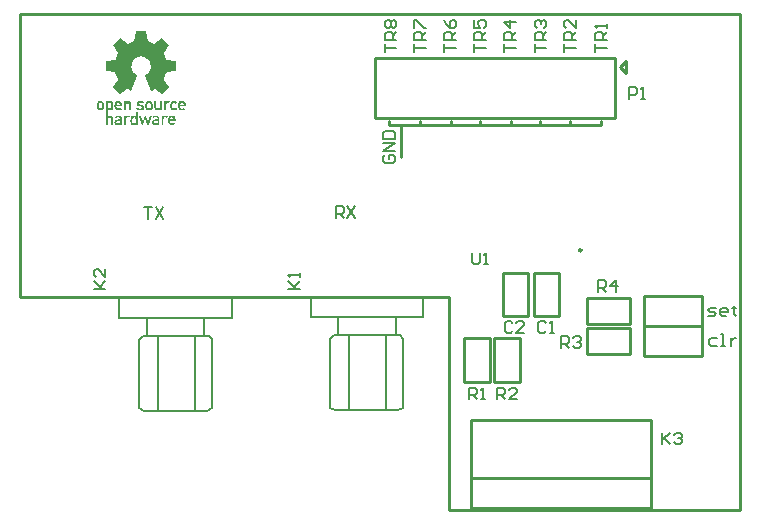
<source format=gto>
G04*
G04 #@! TF.GenerationSoftware,Altium Limited,Altium Designer,20.2.5 (213)*
G04*
G04 Layer_Color=65535*
%FSLAX42Y42*%
%MOMM*%
G71*
G04*
G04 #@! TF.SameCoordinates,FD00795A-EEFA-4773-A186-A79775DAC492*
G04*
G04*
G04 #@! TF.FilePolarity,Positive*
G04*
G01*
G75*
%ADD10C,0.25*%
%ADD11C,0.20*%
%ADD12C,0.25*%
%ADD13C,0.19*%
%ADD14C,0.16*%
G36*
X5070Y9350D02*
Y9349D01*
X5085Y9274D01*
Y9273D01*
X5086Y9271D01*
X5088Y9270D01*
X5137Y9249D01*
X5142D01*
X5205Y9293D01*
X5206D01*
X5209Y9292D01*
X5263Y9240D01*
Y9239D01*
Y9238D01*
Y9236D01*
Y9235D01*
X5219Y9173D01*
Y9170D01*
Y9169D01*
Y9167D01*
X5243Y9116D01*
Y9115D01*
X5244Y9113D01*
X5247D01*
X5318Y9100D01*
X5320D01*
X5322Y9098D01*
Y9097D01*
Y9022D01*
Y9021D01*
X5320Y9019D01*
X5318D01*
X5249Y9005D01*
X5247D01*
X5246Y9003D01*
X5244Y9002D01*
X5222Y8946D01*
Y8945D01*
Y8943D01*
Y8942D01*
Y8940D01*
X5263Y8883D01*
Y8880D01*
Y8879D01*
X5209Y8826D01*
X5208Y8824D01*
X5206D01*
X5205Y8826D01*
X5148Y8864D01*
X5142D01*
X5118Y8851D01*
X5115D01*
X5114Y8852D01*
X5061Y8978D01*
Y8980D01*
X5063Y8984D01*
X5070Y8987D01*
X5071Y8989D01*
X5073Y8990D01*
X5074Y8991D01*
X5079Y8994D01*
X5085Y9000D01*
X5092Y9008D01*
X5099Y9016D01*
X5105Y9028D01*
X5110Y9041D01*
X5111Y9057D01*
Y9059D01*
Y9063D01*
X5110Y9069D01*
X5108Y9078D01*
X5105Y9087D01*
X5101Y9097D01*
X5095Y9107D01*
X5088Y9116D01*
X5086Y9117D01*
X5083Y9120D01*
X5079Y9123D01*
X5071Y9129D01*
X5063Y9134D01*
X5052Y9136D01*
X5042Y9139D01*
X5029Y9141D01*
X5023D01*
X5017Y9139D01*
X5008Y9138D01*
X5000Y9135D01*
X4989Y9131D01*
X4981Y9125D01*
X4970Y9116D01*
X4969Y9115D01*
X4967Y9112D01*
X4963Y9107D01*
X4959Y9100D01*
X4954Y9091D01*
X4951Y9081D01*
X4948Y9071D01*
X4947Y9057D01*
Y9056D01*
Y9050D01*
X4948Y9043D01*
X4951Y9032D01*
X4956Y9022D01*
X4963Y9011D01*
X4972Y9000D01*
X4985Y8990D01*
Y8989D01*
X4986Y8987D01*
X4988D01*
X4995Y8984D01*
X4997Y8983D01*
Y8978D01*
X4945Y8852D01*
X4944D01*
X4940Y8851D01*
X4915Y8864D01*
X4910D01*
X4853Y8826D01*
X4852Y8824D01*
X4850D01*
X4849Y8826D01*
X4795Y8879D01*
Y8880D01*
Y8882D01*
Y8883D01*
X4836Y8940D01*
Y8942D01*
Y8943D01*
Y8945D01*
Y8946D01*
X4812Y9002D01*
Y9003D01*
X4809Y9005D01*
X4740Y9019D01*
X4739D01*
X4737Y9021D01*
X4736Y9022D01*
Y9097D01*
Y9098D01*
X4737Y9100D01*
X4740D01*
X4811Y9113D01*
X4812D01*
X4817Y9116D01*
X4837Y9167D01*
Y9169D01*
Y9170D01*
Y9172D01*
Y9173D01*
X4795Y9235D01*
Y9236D01*
Y9238D01*
Y9239D01*
Y9240D01*
X4849Y9292D01*
X4850Y9293D01*
X4853D01*
X4915Y9249D01*
X4921D01*
X4970Y9270D01*
X4972D01*
X4973Y9271D01*
Y9274D01*
X4988Y9349D01*
Y9350D01*
X4989Y9352D01*
X5069D01*
X5070Y9350D01*
D02*
G37*
G36*
X5269Y8761D02*
X5275Y8759D01*
X5263Y8744D01*
X5262Y8745D01*
X5260Y8747D01*
X5257Y8748D01*
X5255Y8750D01*
X5252D01*
X5247Y8748D01*
X5241Y8742D01*
X5240Y8738D01*
X5238Y8732D01*
Y8685D01*
X5222D01*
Y8764D01*
X5238D01*
Y8756D01*
X5240Y8757D01*
X5243Y8760D01*
X5250Y8763D01*
X5259Y8764D01*
X5263D01*
X5269Y8761D01*
D02*
G37*
G36*
X4932D02*
X4937Y8757D01*
X4941Y8753D01*
X4944Y8745D01*
X4945Y8737D01*
Y8685D01*
X4929D01*
Y8732D01*
Y8734D01*
Y8735D01*
X4928Y8741D01*
X4922Y8747D01*
X4919Y8750D01*
X4910D01*
X4906Y8748D01*
X4900Y8742D01*
X4899Y8738D01*
X4897Y8732D01*
Y8685D01*
X4881D01*
Y8764D01*
X4897D01*
Y8756D01*
X4899Y8757D01*
X4903Y8760D01*
X4909Y8763D01*
X4919Y8764D01*
X4923D01*
X4932Y8761D01*
D02*
G37*
G36*
X4774Y8763D02*
X4781Y8761D01*
X4789Y8756D01*
X4790Y8754D01*
X4792Y8748D01*
X4793Y8740D01*
Y8725D01*
Y8723D01*
Y8722D01*
Y8713D01*
X4792Y8703D01*
X4789Y8694D01*
X4787Y8693D01*
X4781Y8690D01*
X4774Y8685D01*
X4767Y8684D01*
X4765D01*
X4761Y8685D01*
X4754Y8688D01*
X4745Y8693D01*
Y8631D01*
X4746Y8633D01*
X4751Y8636D01*
X4757Y8638D01*
X4767Y8640D01*
X4771D01*
X4780Y8637D01*
X4784Y8634D01*
X4789Y8628D01*
X4792Y8622D01*
X4793Y8614D01*
Y8562D01*
X4777D01*
Y8608D01*
Y8609D01*
Y8611D01*
X4776Y8616D01*
X4770Y8622D01*
X4767Y8625D01*
X4758D01*
X4754Y8624D01*
X4748Y8618D01*
X4746Y8614D01*
X4745Y8608D01*
Y8562D01*
X4732D01*
Y8764D01*
X4745D01*
Y8756D01*
X4746Y8757D01*
X4752Y8760D01*
X4758Y8763D01*
X4767Y8764D01*
X4768D01*
X4774Y8763D01*
D02*
G37*
G36*
X5033D02*
X5042Y8760D01*
X5052Y8753D01*
X5044Y8742D01*
X5041Y8744D01*
X5035Y8747D01*
X5027Y8748D01*
X5022Y8750D01*
X5019D01*
X5014Y8748D01*
X5010Y8747D01*
X5007Y8741D01*
Y8740D01*
X5008Y8738D01*
X5011Y8735D01*
X5019Y8734D01*
X5032Y8732D01*
X5036D01*
X5044Y8728D01*
X5052Y8720D01*
X5054Y8716D01*
X5055Y8709D01*
Y8707D01*
Y8704D01*
X5054Y8701D01*
X5051Y8697D01*
X5047Y8691D01*
X5041Y8688D01*
X5033Y8685D01*
X5022Y8684D01*
X5019D01*
X5010Y8685D01*
X5000Y8690D01*
X4988Y8699D01*
X4998Y8709D01*
X5000Y8707D01*
X5006Y8704D01*
X5014Y8700D01*
X5023Y8699D01*
X5026D01*
X5032Y8700D01*
X5036Y8703D01*
X5039Y8706D01*
Y8709D01*
Y8710D01*
X5038Y8712D01*
X5035Y8715D01*
X5029Y8718D01*
X5013D01*
X5011Y8719D01*
X5004Y8722D01*
X4997Y8729D01*
X4995Y8734D01*
X4994Y8741D01*
Y8742D01*
Y8745D01*
X4997Y8753D01*
X5001Y8757D01*
X5006Y8761D01*
X5013Y8763D01*
X5022Y8764D01*
X5025D01*
X5033Y8763D01*
D02*
G37*
G36*
X5319D02*
X5328Y8759D01*
X5337Y8751D01*
X5325Y8741D01*
X5323Y8742D01*
X5320Y8745D01*
X5316Y8748D01*
X5309Y8750D01*
X5306D01*
X5300Y8747D01*
X5296Y8744D01*
X5293Y8740D01*
X5291Y8734D01*
X5290Y8725D01*
Y8723D01*
Y8720D01*
X5293Y8713D01*
X5298Y8704D01*
X5303Y8701D01*
X5309Y8700D01*
X5310D01*
X5315Y8701D01*
X5319Y8704D01*
X5325Y8709D01*
X5337Y8699D01*
X5335Y8696D01*
X5329Y8691D01*
X5320Y8687D01*
X5309Y8684D01*
X5303D01*
X5297Y8687D01*
X5291Y8690D01*
X5285Y8694D01*
X5279Y8701D01*
X5275Y8712D01*
X5274Y8725D01*
Y8726D01*
Y8731D01*
X5275Y8738D01*
X5278Y8745D01*
X5282Y8751D01*
X5288Y8759D01*
X5297Y8763D01*
X5309Y8764D01*
X5312D01*
X5319Y8763D01*
D02*
G37*
G36*
X5205Y8685D02*
X5189D01*
Y8693D01*
X5187Y8691D01*
X5183Y8688D01*
X5177Y8685D01*
X5170Y8684D01*
X5165D01*
X5156Y8687D01*
X5151Y8690D01*
X5146Y8696D01*
X5143Y8701D01*
X5142Y8710D01*
Y8764D01*
X5158D01*
Y8718D01*
Y8715D01*
X5159Y8709D01*
X5165Y8703D01*
X5168Y8701D01*
X5174Y8700D01*
X5177D01*
X5181Y8703D01*
X5186Y8707D01*
X5189Y8712D01*
Y8718D01*
Y8764D01*
X5205D01*
Y8685D01*
D02*
G37*
G36*
X5383Y8763D02*
X5391Y8760D01*
X5397Y8757D01*
X5401Y8751D01*
X5405Y8742D01*
X5407Y8732D01*
Y8718D01*
X5357D01*
Y8716D01*
Y8715D01*
X5360Y8709D01*
X5366Y8701D01*
X5370Y8700D01*
X5376Y8699D01*
X5378D01*
X5382Y8700D01*
X5388Y8703D01*
X5392Y8707D01*
X5404Y8697D01*
X5402Y8696D01*
X5397Y8691D01*
X5388Y8685D01*
X5376Y8684D01*
X5370D01*
X5364Y8687D01*
X5359Y8690D01*
X5353Y8694D01*
X5347Y8701D01*
X5342Y8712D01*
X5341Y8725D01*
Y8726D01*
Y8731D01*
X5342Y8738D01*
X5345Y8745D01*
X5348Y8751D01*
X5354Y8759D01*
X5363Y8763D01*
X5373Y8764D01*
X5379D01*
X5383Y8763D01*
D02*
G37*
G36*
X5105D02*
X5112Y8761D01*
X5120Y8756D01*
X5121Y8754D01*
X5124Y8748D01*
X5127Y8740D01*
X5129Y8725D01*
Y8723D01*
Y8722D01*
X5127Y8713D01*
X5126Y8703D01*
X5120Y8694D01*
X5118Y8693D01*
X5114Y8690D01*
X5107Y8685D01*
X5096Y8684D01*
X5093D01*
X5088Y8685D01*
X5080Y8688D01*
X5071Y8694D01*
X5070Y8696D01*
X5069Y8701D01*
X5066Y8712D01*
X5064Y8725D01*
Y8726D01*
Y8728D01*
X5066Y8737D01*
X5067Y8747D01*
X5071Y8756D01*
X5073Y8757D01*
X5077Y8760D01*
X5086Y8763D01*
X5096Y8764D01*
X5099D01*
X5105Y8763D01*
D02*
G37*
G36*
X4846D02*
X4853Y8760D01*
X4859Y8757D01*
X4863Y8751D01*
X4868Y8742D01*
X4869Y8732D01*
Y8718D01*
X4819D01*
Y8716D01*
Y8715D01*
X4822Y8709D01*
X4827Y8701D01*
X4831Y8700D01*
X4837Y8699D01*
X4839D01*
X4844Y8700D01*
X4849Y8703D01*
X4855Y8707D01*
X4868Y8697D01*
X4865Y8696D01*
X4859Y8691D01*
X4850Y8685D01*
X4839Y8684D01*
X4833D01*
X4827Y8687D01*
X4821Y8690D01*
X4815Y8694D01*
X4809Y8701D01*
X4805Y8712D01*
X4803Y8725D01*
Y8726D01*
Y8731D01*
X4805Y8738D01*
X4808Y8745D01*
X4811Y8751D01*
X4817Y8759D01*
X4825Y8763D01*
X4836Y8764D01*
X4841D01*
X4846Y8763D01*
D02*
G37*
G36*
X4695D02*
X4702Y8761D01*
X4708Y8756D01*
X4710Y8754D01*
X4713Y8748D01*
X4715Y8740D01*
X4717Y8725D01*
Y8723D01*
Y8722D01*
X4715Y8713D01*
X4714Y8703D01*
X4708Y8694D01*
X4707Y8693D01*
X4702Y8690D01*
X4695Y8685D01*
X4685Y8684D01*
X4682D01*
X4676Y8685D01*
X4669Y8688D01*
X4660Y8694D01*
X4658Y8696D01*
X4657Y8703D01*
X4655Y8712D01*
X4654Y8725D01*
Y8726D01*
Y8728D01*
X4655Y8737D01*
X4657Y8745D01*
X4660Y8756D01*
X4661Y8757D01*
X4666Y8760D01*
X4674Y8763D01*
X4685Y8764D01*
X4688D01*
X4695Y8763D01*
D02*
G37*
G36*
X5250Y8637D02*
X5256Y8634D01*
X5243Y8621D01*
Y8622D01*
X5240Y8624D01*
X5237Y8625D01*
X5230D01*
X5225Y8624D01*
X5221Y8618D01*
X5218Y8614D01*
Y8608D01*
Y8562D01*
X5202D01*
Y8640D01*
X5218D01*
Y8631D01*
X5219Y8633D01*
X5224Y8636D01*
X5230Y8638D01*
X5240Y8640D01*
X5244D01*
X5250Y8637D01*
D02*
G37*
G36*
X5001Y8562D02*
X4985D01*
Y8568D01*
X4984Y8567D01*
X4979Y8564D01*
X4973Y8561D01*
X4965Y8559D01*
X4963D01*
X4957Y8561D01*
X4950Y8564D01*
X4944Y8571D01*
X4943Y8573D01*
X4941Y8577D01*
X4940Y8580D01*
Y8586D01*
X4938Y8592D01*
Y8600D01*
Y8602D01*
Y8605D01*
X4940Y8614D01*
X4941Y8624D01*
X4943Y8628D01*
X4944Y8631D01*
X4945Y8633D01*
X4948Y8636D01*
X4956Y8638D01*
X4965Y8640D01*
X4966D01*
X4972Y8638D01*
X4978Y8637D01*
X4985Y8631D01*
Y8672D01*
X5001D01*
Y8562D01*
D02*
G37*
G36*
X4932Y8637D02*
X4938Y8634D01*
X4926Y8621D01*
X4925Y8622D01*
X4923Y8624D01*
X4919Y8625D01*
X4913D01*
X4909Y8624D01*
X4903Y8618D01*
X4902Y8614D01*
Y8608D01*
Y8562D01*
X4885D01*
Y8640D01*
X4902D01*
Y8631D01*
X4903Y8633D01*
X4906Y8636D01*
X4912Y8638D01*
X4921Y8640D01*
X4926D01*
X4932Y8637D01*
D02*
G37*
G36*
X5096Y8562D02*
X5082D01*
X5064Y8616D01*
X5048Y8562D01*
X5035D01*
X5010Y8640D01*
X5026D01*
X5041Y8584D01*
X5060Y8640D01*
X5071D01*
X5089Y8584D01*
X5104Y8640D01*
X5121D01*
X5096Y8562D01*
D02*
G37*
G36*
X5170Y8637D02*
X5174Y8634D01*
X5180Y8630D01*
X5183Y8624D01*
X5184Y8615D01*
Y8562D01*
X5170D01*
Y8568D01*
X5168Y8567D01*
X5165Y8564D01*
X5158Y8561D01*
X5149Y8559D01*
X5145D01*
X5136Y8562D01*
X5130Y8565D01*
X5126Y8570D01*
X5123Y8575D01*
X5121Y8584D01*
Y8586D01*
Y8589D01*
X5124Y8596D01*
X5127Y8600D01*
X5133Y8605D01*
X5139Y8606D01*
X5148Y8608D01*
X5170D01*
Y8615D01*
Y8616D01*
X5168Y8621D01*
X5162Y8624D01*
X5159Y8625D01*
X5148D01*
X5142Y8624D01*
X5139Y8621D01*
X5127Y8630D01*
X5129Y8631D01*
X5133Y8636D01*
X5140Y8638D01*
X5153Y8640D01*
X5158D01*
X5170Y8637D01*
D02*
G37*
G36*
X4844Y8638D02*
X4852Y8637D01*
X4858Y8634D01*
X4862Y8630D01*
X4866Y8624D01*
X4868Y8615D01*
Y8562D01*
X4852D01*
Y8568D01*
X4850Y8567D01*
X4847Y8564D01*
X4841Y8561D01*
X4833Y8559D01*
X4828D01*
X4818Y8562D01*
X4812Y8565D01*
X4808Y8570D01*
X4805Y8575D01*
X4803Y8584D01*
Y8586D01*
Y8589D01*
X4806Y8596D01*
X4809Y8600D01*
X4815Y8605D01*
X4821Y8606D01*
X4830Y8608D01*
X4852D01*
Y8615D01*
Y8616D01*
X4850Y8621D01*
X4844Y8624D01*
X4841Y8625D01*
X4830D01*
X4824Y8624D01*
X4819Y8621D01*
X4808Y8630D01*
X4809Y8631D01*
X4815Y8636D01*
X4822Y8638D01*
X4834Y8640D01*
X4840D01*
X4844Y8638D01*
D02*
G37*
G36*
X5298D02*
X5306Y8636D01*
X5312Y8633D01*
X5316Y8627D01*
X5320Y8618D01*
X5322Y8608D01*
Y8593D01*
X5272D01*
Y8592D01*
Y8590D01*
X5275Y8584D01*
X5279Y8577D01*
X5284Y8575D01*
X5290Y8574D01*
X5291D01*
X5297Y8575D01*
X5301Y8578D01*
X5307Y8583D01*
X5319Y8573D01*
X5318Y8571D01*
X5312Y8567D01*
X5303Y8561D01*
X5291Y8559D01*
X5285D01*
X5279Y8562D01*
X5274Y8565D01*
X5268Y8570D01*
X5262Y8577D01*
X5257Y8587D01*
X5256Y8600D01*
Y8602D01*
Y8606D01*
X5257Y8614D01*
X5260Y8621D01*
X5263Y8627D01*
X5269Y8634D01*
X5278Y8638D01*
X5288Y8640D01*
X5294D01*
X5298Y8638D01*
D02*
G37*
%LPC*%
G36*
X4761Y8750D02*
X4758D01*
X4754Y8747D01*
X4751Y8744D01*
X4748Y8740D01*
X4746Y8734D01*
X4745Y8725D01*
Y8723D01*
Y8720D01*
X4746Y8713D01*
X4752Y8704D01*
X4755Y8701D01*
X4761Y8700D01*
X4764D01*
X4770Y8703D01*
X4773Y8706D01*
X4774Y8710D01*
X4777Y8716D01*
Y8725D01*
Y8726D01*
Y8729D01*
X4776Y8738D01*
X4770Y8745D01*
X4767Y8748D01*
X4761Y8750D01*
D02*
G37*
G36*
X5378D02*
X5370D01*
X5366Y8748D01*
X5360Y8742D01*
X5359Y8738D01*
X5357Y8732D01*
X5391D01*
Y8734D01*
Y8735D01*
X5388Y8741D01*
X5382Y8747D01*
X5378Y8750D01*
D02*
G37*
G36*
X5096D02*
X5095D01*
X5092Y8748D01*
X5088Y8747D01*
X5085Y8742D01*
X5083Y8740D01*
X5082Y8734D01*
X5080Y8725D01*
Y8722D01*
Y8718D01*
X5082Y8710D01*
X5085Y8706D01*
Y8704D01*
X5086Y8703D01*
X5090Y8701D01*
X5096Y8700D01*
X5098D01*
X5101Y8701D01*
X5105Y8703D01*
X5108Y8706D01*
X5110Y8707D01*
X5111Y8710D01*
X5112Y8716D01*
Y8725D01*
Y8728D01*
Y8732D01*
X5111Y8738D01*
X5108Y8742D01*
Y8744D01*
X5105Y8747D01*
X5102Y8748D01*
X5096Y8750D01*
D02*
G37*
G36*
X4840D02*
X4833D01*
X4828Y8748D01*
X4822Y8742D01*
X4821Y8738D01*
X4819Y8732D01*
X4853D01*
Y8734D01*
Y8735D01*
X4850Y8741D01*
X4844Y8747D01*
X4840Y8750D01*
D02*
G37*
G36*
X4685D02*
X4683D01*
X4680Y8748D01*
X4676Y8747D01*
X4673Y8742D01*
X4672Y8741D01*
X4670Y8738D01*
X4669Y8732D01*
X4667Y8725D01*
Y8723D01*
X4669Y8718D01*
X4670Y8712D01*
X4673Y8706D01*
Y8704D01*
X4674Y8703D01*
X4679Y8701D01*
X4685Y8700D01*
X4686D01*
X4691Y8701D01*
X4695Y8703D01*
X4698Y8706D01*
Y8707D01*
X4699Y8710D01*
X4701Y8716D01*
Y8725D01*
Y8728D01*
Y8732D01*
X4699Y8738D01*
X4698Y8742D01*
X4696Y8744D01*
X4695Y8747D01*
X4691Y8748D01*
X4685Y8750D01*
D02*
G37*
G36*
X4970Y8625D02*
X4967D01*
X4963Y8622D01*
X4960Y8619D01*
X4957Y8615D01*
X4956Y8609D01*
X4954Y8600D01*
Y8599D01*
Y8596D01*
X4956Y8589D01*
X4962Y8580D01*
X4965Y8577D01*
X4970Y8575D01*
X4973D01*
X4978Y8578D01*
X4981Y8581D01*
X4982Y8586D01*
X4985Y8592D01*
Y8600D01*
Y8602D01*
Y8605D01*
X4984Y8614D01*
X4979Y8621D01*
X4975Y8624D01*
X4970Y8625D01*
D02*
G37*
G36*
X5170Y8593D02*
X5149D01*
X5145Y8592D01*
X5139Y8590D01*
X5137Y8584D01*
Y8583D01*
X5139Y8580D01*
X5143Y8575D01*
X5151Y8574D01*
X5153D01*
X5161Y8575D01*
X5167Y8580D01*
X5168Y8584D01*
X5170Y8589D01*
Y8593D01*
D02*
G37*
G36*
X4852D02*
X4831D01*
X4827Y8592D01*
X4821Y8590D01*
X4819Y8584D01*
Y8583D01*
X4821Y8580D01*
X4825Y8575D01*
X4834Y8574D01*
X4837D01*
X4843Y8575D01*
X4849Y8580D01*
X4852Y8584D01*
Y8589D01*
Y8593D01*
D02*
G37*
G36*
X5293Y8625D02*
X5285D01*
X5281Y8624D01*
X5275Y8618D01*
X5274Y8614D01*
X5272Y8608D01*
X5306D01*
Y8609D01*
Y8611D01*
X5303Y8616D01*
X5297Y8622D01*
X5293Y8625D01*
D02*
G37*
%LPD*%
D10*
X8760Y7500D02*
G03*
X8760Y7500I-12J0D01*
G01*
D11*
X5434Y7093D02*
X5796D01*
Y6928D02*
Y7093D01*
X4844Y6928D02*
Y7093D01*
X5565Y6775D02*
Y6928D01*
X5053Y6140D02*
X5587D01*
X5075Y6775D02*
Y6928D01*
Y6775D02*
X5565D01*
X5629Y6161D02*
Y6246D01*
X5587Y6140D02*
X5629Y6161D01*
X5011Y6163D02*
X5053Y6140D01*
X5011Y6163D02*
Y6246D01*
X4844Y7093D02*
X5206D01*
X4844Y6928D02*
X5796D01*
X5011Y6246D02*
Y6575D01*
Y6568D02*
Y6742D01*
X5044Y6775D01*
X5080D01*
X5629Y6246D02*
Y6746D01*
X5602Y6773D02*
X5629Y6746D01*
X5560Y6773D02*
X5602D01*
X5168Y6140D02*
Y6775D01*
X5485Y6140D02*
Y6775D01*
X7054Y7097D02*
X7416D01*
Y6932D02*
Y7097D01*
X6464Y6932D02*
Y7097D01*
X7185Y6781D02*
Y6932D01*
X6674Y6144D02*
X7207D01*
X6695Y6781D02*
Y6932D01*
Y6781D02*
X7185D01*
X7249Y6166D02*
Y6251D01*
X7207Y6144D02*
X7249Y6166D01*
X6631Y6168D02*
X6674Y6144D01*
X6631Y6168D02*
Y6251D01*
X6464Y7097D02*
X6826D01*
X6464Y6932D02*
X7416D01*
X6631Y6251D02*
Y6580D01*
Y6573D02*
Y6747D01*
X6664Y6780D01*
X6700D01*
X7249Y6251D02*
Y6750D01*
X7222Y6778D02*
X7249Y6750D01*
X7180Y6778D02*
X7222D01*
X6788Y6146D02*
Y6781D01*
X7105Y6146D02*
Y6781D01*
D12*
X7130Y8560D02*
X7230D01*
X7130D02*
Y8590D01*
X7390Y8560D02*
Y8590D01*
X7650Y8560D02*
Y8590D01*
X7900Y8560D02*
Y8590D01*
X8160Y8560D02*
Y8590D01*
X8410Y8560D02*
Y8590D01*
X8660Y8560D02*
Y8590D01*
X8920Y8560D02*
Y8590D01*
X7230Y8560D02*
X8920D01*
X7230Y8290D02*
Y8560D01*
X8353Y6941D02*
Y7309D01*
X8567Y6941D02*
Y7309D01*
X8353Y6941D02*
X8567D01*
X8353Y7309D02*
X8567D01*
X8093Y6941D02*
Y7309D01*
X8307Y6941D02*
Y7309D01*
X8093Y6941D02*
X8307D01*
X8093Y7309D02*
X8307D01*
X8021Y6388D02*
Y6756D01*
X8235Y6388D02*
Y6756D01*
X8021Y6388D02*
X8235D01*
X8021Y6756D02*
X8235D01*
X7767Y6388D02*
Y6756D01*
X7981Y6388D02*
Y6756D01*
X7767Y6388D02*
X7981D01*
X7767Y6756D02*
X7981D01*
X7825Y6064D02*
X9349D01*
Y5582D02*
Y6064D01*
X7825Y5569D02*
Y6064D01*
Y5569D02*
X9349D01*
X7825Y5315D02*
Y5569D01*
Y5315D02*
X9349D01*
Y5569D01*
X7825Y5315D02*
Y5569D01*
X9169Y6624D02*
Y6838D01*
X8801Y6624D02*
Y6838D01*
Y6624D02*
X9169D01*
X8801Y6838D02*
X9169D01*
X9284Y6604D02*
Y6858D01*
X9779Y6604D02*
Y6858D01*
X9284D02*
X9766D01*
X9284Y6604D02*
X9766D01*
X8801Y7092D02*
X9169D01*
X8801Y6878D02*
X9169D01*
X8801D02*
Y7092D01*
X9169Y6878D02*
Y7092D01*
X9284Y6858D02*
Y7112D01*
X9779Y6858D02*
Y7112D01*
X9284D02*
X9766D01*
X9284Y6858D02*
X9766D01*
X9132Y9004D02*
Y9106D01*
X9081Y9055D02*
X9132Y9004D01*
X9081Y9055D02*
X9132Y9106D01*
X9043Y8623D02*
Y9131D01*
X7011Y8623D02*
Y9131D01*
Y8623D02*
X9043D01*
X7011Y9131D02*
X8789D01*
X8725D02*
X9043D01*
X7640Y5300D02*
X10100D01*
X7640D02*
Y7100D01*
X4000D02*
X7640D01*
X4000D02*
Y9500D01*
X10100D01*
Y5300D02*
Y9500D01*
D13*
X9903Y6756D02*
X9853D01*
X9836Y6739D01*
Y6706D01*
X9853Y6689D01*
X9903D01*
X9936D02*
X9970D01*
X9953D01*
Y6789D01*
X9936D01*
X10020Y6756D02*
Y6689D01*
Y6722D01*
X10036Y6739D01*
X10053Y6756D01*
X10070D01*
X9829Y6944D02*
X9879D01*
X9896Y6961D01*
X9879Y6977D01*
X9846D01*
X9829Y6994D01*
X9846Y7011D01*
X9896D01*
X9979Y6944D02*
X9946D01*
X9929Y6961D01*
Y6994D01*
X9946Y7011D01*
X9979D01*
X9996Y6994D01*
Y6977D01*
X9929D01*
X10046Y7027D02*
Y7011D01*
X10029D01*
X10062D01*
X10046D01*
Y6961D01*
X10062Y6944D01*
X5051Y7864D02*
X5118D01*
X5085D01*
Y7764D01*
X5151Y7864D02*
X5218Y7764D01*
Y7864D02*
X5151Y7764D01*
X6676Y7771D02*
Y7871D01*
X6726D01*
X6743Y7855D01*
Y7821D01*
X6726Y7805D01*
X6676D01*
X6710D02*
X6743Y7771D01*
X6776Y7871D02*
X6843Y7771D01*
Y7871D02*
X6776Y7771D01*
X8871Y9179D02*
Y9246D01*
Y9212D01*
X8971D01*
Y9279D02*
X8871D01*
Y9329D01*
X8888Y9346D01*
X8921D01*
X8938Y9329D01*
Y9279D01*
Y9312D02*
X8971Y9346D01*
Y9379D02*
Y9412D01*
Y9396D01*
X8871D01*
X8888Y9379D01*
X8611Y9179D02*
Y9246D01*
Y9212D01*
X8711D01*
Y9279D02*
X8611D01*
Y9329D01*
X8628Y9346D01*
X8661D01*
X8678Y9329D01*
Y9279D01*
Y9312D02*
X8711Y9346D01*
Y9446D02*
Y9379D01*
X8644Y9446D01*
X8628D01*
X8611Y9429D01*
Y9396D01*
X8628Y9379D01*
X8361Y9179D02*
Y9246D01*
Y9212D01*
X8461D01*
Y9279D02*
X8361D01*
Y9329D01*
X8378Y9346D01*
X8411D01*
X8428Y9329D01*
Y9279D01*
Y9312D02*
X8461Y9346D01*
X8378Y9379D02*
X8361Y9396D01*
Y9429D01*
X8378Y9446D01*
X8394D01*
X8411Y9429D01*
Y9412D01*
Y9429D01*
X8428Y9446D01*
X8444D01*
X8461Y9429D01*
Y9396D01*
X8444Y9379D01*
X8101Y9179D02*
Y9246D01*
Y9212D01*
X8201D01*
Y9279D02*
X8101D01*
Y9329D01*
X8118Y9346D01*
X8151D01*
X8168Y9329D01*
Y9279D01*
Y9312D02*
X8201Y9346D01*
Y9429D02*
X8101D01*
X8151Y9379D01*
Y9446D01*
X7851Y9179D02*
Y9246D01*
Y9212D01*
X7951D01*
Y9279D02*
X7851D01*
Y9329D01*
X7868Y9346D01*
X7901D01*
X7918Y9329D01*
Y9279D01*
Y9312D02*
X7951Y9346D01*
X7851Y9446D02*
Y9379D01*
X7901D01*
X7884Y9412D01*
Y9429D01*
X7901Y9446D01*
X7934D01*
X7951Y9429D01*
Y9396D01*
X7934Y9379D01*
X7591Y9179D02*
Y9246D01*
Y9212D01*
X7691D01*
Y9279D02*
X7591D01*
Y9329D01*
X7608Y9346D01*
X7641D01*
X7658Y9329D01*
Y9279D01*
Y9312D02*
X7691Y9346D01*
X7591Y9446D02*
X7608Y9412D01*
X7641Y9379D01*
X7674D01*
X7691Y9396D01*
Y9429D01*
X7674Y9446D01*
X7658D01*
X7641Y9429D01*
Y9379D01*
X7338Y9178D02*
Y9245D01*
Y9211D01*
X7438D01*
Y9278D02*
X7338D01*
Y9328D01*
X7355Y9345D01*
X7388D01*
X7405Y9328D01*
Y9278D01*
Y9311D02*
X7438Y9345D01*
X7338Y9378D02*
Y9445D01*
X7355D01*
X7422Y9378D01*
X7438D01*
X7098Y8306D02*
X7081Y8289D01*
Y8256D01*
X7098Y8239D01*
X7164D01*
X7181Y8256D01*
Y8289D01*
X7164Y8306D01*
X7131D01*
Y8272D01*
X7181Y8339D02*
X7081D01*
X7181Y8406D01*
X7081D01*
Y8439D02*
X7181D01*
Y8489D01*
X7164Y8506D01*
X7098D01*
X7081Y8489D01*
Y8439D01*
X7091Y9179D02*
Y9246D01*
Y9212D01*
X7191D01*
Y9279D02*
X7091D01*
Y9329D01*
X7108Y9346D01*
X7141D01*
X7158Y9329D01*
Y9279D01*
Y9312D02*
X7191Y9346D01*
X7108Y9379D02*
X7091Y9396D01*
Y9429D01*
X7108Y9446D01*
X7124D01*
X7141Y9429D01*
X7158Y9446D01*
X7174D01*
X7191Y9429D01*
Y9396D01*
X7174Y9379D01*
X7158D01*
X7141Y9396D01*
X7124Y9379D01*
X7108D01*
X7141Y9396D02*
Y9429D01*
D14*
X8587Y6670D02*
Y6770D01*
X8637D01*
X8653Y6753D01*
Y6720D01*
X8637Y6703D01*
X8587D01*
X8620D02*
X8653Y6670D01*
X8687Y6753D02*
X8703Y6770D01*
X8737D01*
X8753Y6753D01*
Y6737D01*
X8737Y6720D01*
X8720D01*
X8737D01*
X8753Y6703D01*
Y6687D01*
X8737Y6670D01*
X8703D01*
X8687Y6687D01*
X9442Y5955D02*
Y5856D01*
Y5889D01*
X9508Y5955D01*
X9458Y5906D01*
X9508Y5856D01*
X9542Y5939D02*
X9558Y5955D01*
X9592D01*
X9608Y5939D01*
Y5922D01*
X9592Y5906D01*
X9575D01*
X9592D01*
X9608Y5889D01*
Y5872D01*
X9592Y5856D01*
X9558D01*
X9542Y5872D01*
X7833Y7480D02*
Y7397D01*
X7850Y7380D01*
X7883D01*
X7900Y7397D01*
Y7480D01*
X7933Y7380D02*
X7967D01*
X7950D01*
Y7480D01*
X7933Y7463D01*
X8897Y7150D02*
Y7250D01*
X8947D01*
X8963Y7233D01*
Y7200D01*
X8947Y7183D01*
X8897D01*
X8930D02*
X8963Y7150D01*
X9047D02*
Y7250D01*
X8997Y7200D01*
X9063D01*
X8045Y6237D02*
Y6336D01*
X8095D01*
X8111Y6320D01*
Y6287D01*
X8095Y6270D01*
X8045D01*
X8078D02*
X8111Y6237D01*
X8211D02*
X8145D01*
X8211Y6303D01*
Y6320D01*
X8195Y6336D01*
X8161D01*
X8145Y6320D01*
X7807Y6237D02*
Y6336D01*
X7857D01*
X7874Y6320D01*
Y6287D01*
X7857Y6270D01*
X7807D01*
X7841D02*
X7874Y6237D01*
X7907D02*
X7941D01*
X7924D01*
Y6336D01*
X7907Y6320D01*
X9158Y8779D02*
Y8879D01*
X9208D01*
X9225Y8862D01*
Y8829D01*
X9208Y8812D01*
X9158D01*
X9258Y8779D02*
X9292D01*
X9275D01*
Y8879D01*
X9258Y8862D01*
X4628Y7172D02*
X4727D01*
X4694D01*
X4628Y7238D01*
X4678Y7188D01*
X4727Y7238D01*
Y7338D02*
Y7272D01*
X4661Y7338D01*
X4644D01*
X4628Y7322D01*
Y7288D01*
X4644Y7272D01*
X6273Y7171D02*
X6372D01*
X6339D01*
X6273Y7238D01*
X6322Y7188D01*
X6372Y7238D01*
Y7271D02*
Y7304D01*
Y7287D01*
X6273D01*
X6289Y7271D01*
X8173Y6884D02*
X8157Y6900D01*
X8123D01*
X8107Y6884D01*
Y6817D01*
X8123Y6801D01*
X8157D01*
X8173Y6817D01*
X8273Y6801D02*
X8207D01*
X8273Y6867D01*
Y6884D01*
X8257Y6900D01*
X8223D01*
X8207Y6884D01*
X8460Y6881D02*
X8443Y6897D01*
X8410D01*
X8393Y6881D01*
Y6814D01*
X8410Y6798D01*
X8443D01*
X8460Y6814D01*
X8493Y6798D02*
X8527D01*
X8510D01*
Y6897D01*
X8493Y6881D01*
M02*

</source>
